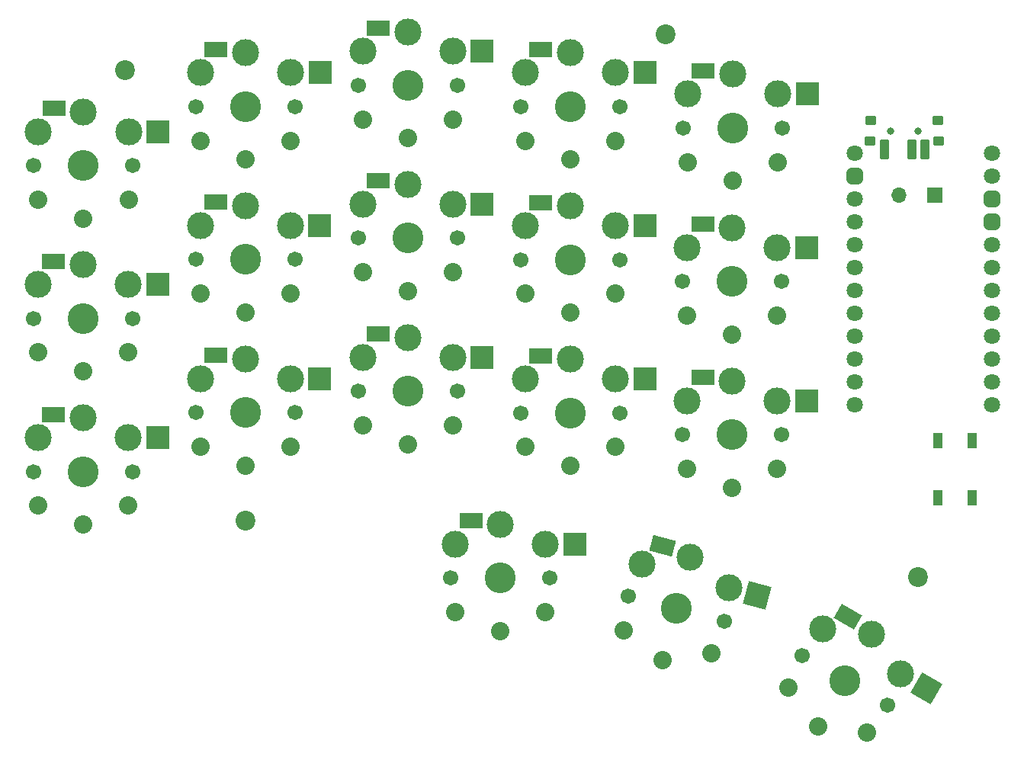
<source format=gbr>
%TF.GenerationSoftware,KiCad,Pcbnew,8.0.6*%
%TF.CreationDate,2024-10-29T20:21:37+07:00*%
%TF.ProjectId,chocowi36,63686f63-6f77-4693-9336-2e6b69636164,rev?*%
%TF.SameCoordinates,Original*%
%TF.FileFunction,Soldermask,Bot*%
%TF.FilePolarity,Negative*%
%FSLAX46Y46*%
G04 Gerber Fmt 4.6, Leading zero omitted, Abs format (unit mm)*
G04 Created by KiCad (PCBNEW 8.0.6) date 2024-10-29 20:21:37*
%MOMM*%
%LPD*%
G01*
G04 APERTURE LIST*
G04 Aperture macros list*
%AMRoundRect*
0 Rectangle with rounded corners*
0 $1 Rounding radius*
0 $2 $3 $4 $5 $6 $7 $8 $9 X,Y pos of 4 corners*
0 Add a 4 corners polygon primitive as box body*
4,1,4,$2,$3,$4,$5,$6,$7,$8,$9,$2,$3,0*
0 Add four circle primitives for the rounded corners*
1,1,$1+$1,$2,$3*
1,1,$1+$1,$4,$5*
1,1,$1+$1,$6,$7*
1,1,$1+$1,$8,$9*
0 Add four rect primitives between the rounded corners*
20,1,$1+$1,$2,$3,$4,$5,0*
20,1,$1+$1,$4,$5,$6,$7,0*
20,1,$1+$1,$6,$7,$8,$9,0*
20,1,$1+$1,$8,$9,$2,$3,0*%
%AMRotRect*
0 Rectangle, with rotation*
0 The origin of the aperture is its center*
0 $1 length*
0 $2 width*
0 $3 Rotation angle, in degrees counterclockwise*
0 Add horizontal line*
21,1,$1,$2,0,0,$3*%
G04 Aperture macros list end*
%ADD10C,0.800000*%
%ADD11RoundRect,0.101600X0.400000X1.000000X-0.400000X1.000000X-0.400000X-1.000000X0.400000X-1.000000X0*%
%ADD12RoundRect,0.101600X0.450000X0.400000X-0.450000X0.400000X-0.450000X-0.400000X0.450000X-0.400000X0*%
%ADD13RoundRect,0.101600X0.500000X0.400000X-0.500000X0.400000X-0.500000X-0.400000X0.500000X-0.400000X0*%
%ADD14C,1.701800*%
%ADD15C,3.000000*%
%ADD16C,3.429000*%
%ADD17R,2.600000X1.800000*%
%ADD18C,2.032000*%
%ADD19R,2.600000X2.600000*%
%ADD20RotRect,2.600000X1.800000X345.000000*%
%ADD21RotRect,2.600000X2.600000X345.000000*%
%ADD22RotRect,2.600000X1.800000X330.000000*%
%ADD23RotRect,2.600000X2.600000X330.000000*%
%ADD24C,2.200000*%
%ADD25C,1.800000*%
%ADD26RoundRect,0.450000X-0.450000X-0.450000X0.450000X-0.450000X0.450000X0.450000X-0.450000X0.450000X0*%
%ADD27O,1.700000X1.700000*%
%ADD28R,1.700000X1.700000*%
%ADD29R,1.000000X1.700000*%
G04 APERTURE END LIST*
D10*
%TO.C,SW_POWER2*%
X175550000Y-61725001D03*
X178550000Y-61725001D03*
D11*
X179373000Y-63825001D03*
X174873000Y-63825001D03*
X177873000Y-63825001D03*
D12*
X173250000Y-62850001D03*
D13*
X173300000Y-60600000D03*
X180800000Y-60600000D03*
D12*
X180850000Y-62850001D03*
%TD*%
D14*
%TO.C,SW2*%
X80410000Y-65580000D03*
D15*
X80910000Y-61830000D03*
X85910000Y-59630000D03*
D16*
X85910000Y-65580000D03*
D15*
X90910000Y-61830000D03*
D14*
X91410000Y-65580000D03*
D17*
X82635000Y-59230000D03*
D18*
X85910000Y-71480000D03*
X80910000Y-69380000D03*
X90910000Y-69380000D03*
D19*
X94185000Y-61830000D03*
%TD*%
D14*
%TO.C,SW3*%
X98410000Y-59020000D03*
D15*
X98910000Y-55270000D03*
X103910000Y-53070000D03*
D16*
X103910000Y-59020000D03*
D15*
X108910000Y-55270000D03*
D14*
X109410000Y-59020000D03*
D17*
X100635000Y-52670000D03*
D18*
X103910000Y-64920000D03*
X98910000Y-62820000D03*
X108910000Y-62820000D03*
D19*
X112185000Y-55270000D03*
%TD*%
D14*
%TO.C,SW4*%
X116410000Y-56660000D03*
D15*
X116910000Y-52910000D03*
X121910000Y-50710000D03*
D16*
X121910000Y-56660000D03*
D15*
X126910000Y-52910000D03*
D14*
X127410000Y-56660000D03*
D17*
X118635000Y-50310000D03*
D18*
X121910000Y-62560000D03*
X116910000Y-60460000D03*
X126910000Y-60460000D03*
D19*
X130185000Y-52910000D03*
%TD*%
D14*
%TO.C,SW5*%
X134454000Y-59020000D03*
D15*
X134954000Y-55270000D03*
X139954000Y-53070000D03*
D16*
X139954000Y-59020000D03*
D15*
X144954000Y-55270000D03*
D14*
X145454000Y-59020000D03*
D17*
X136679000Y-52670000D03*
D18*
X139954000Y-64920000D03*
X134954000Y-62820000D03*
X144954000Y-62820000D03*
D19*
X148229000Y-55270000D03*
%TD*%
D14*
%TO.C,SW6*%
X152488000Y-61400000D03*
D15*
X152988000Y-57650000D03*
X157988000Y-55450000D03*
D16*
X157988000Y-61400000D03*
D15*
X162988000Y-57650000D03*
D14*
X163488000Y-61400000D03*
D17*
X154713000Y-55050000D03*
D18*
X157988000Y-67300000D03*
X152988000Y-65200000D03*
X162988000Y-65200000D03*
D19*
X166263000Y-57650000D03*
%TD*%
D14*
%TO.C,SW8*%
X80352000Y-82550000D03*
D15*
X80852000Y-78800000D03*
X85852000Y-76600000D03*
D16*
X85852000Y-82550000D03*
D15*
X90852000Y-78800000D03*
D14*
X91352000Y-82550000D03*
D17*
X82577000Y-76200000D03*
D18*
X85852000Y-88450000D03*
X80852000Y-86350000D03*
X90852000Y-86350000D03*
D19*
X94127000Y-78800000D03*
%TD*%
D14*
%TO.C,SW9*%
X98370000Y-76010000D03*
D15*
X98870000Y-72260000D03*
X103870000Y-70060000D03*
D16*
X103870000Y-76010000D03*
D15*
X108870000Y-72260000D03*
D14*
X109370000Y-76010000D03*
D17*
X100595000Y-69660000D03*
D18*
X103870000Y-81910000D03*
X98870000Y-79810000D03*
X108870000Y-79810000D03*
D19*
X112145000Y-72260000D03*
%TD*%
D14*
%TO.C,SW10*%
X116410000Y-73640000D03*
D15*
X116910000Y-69890000D03*
X121910000Y-67690000D03*
D16*
X121910000Y-73640000D03*
D15*
X126910000Y-69890000D03*
D14*
X127410000Y-73640000D03*
D17*
X118635000Y-67290000D03*
D18*
X121910000Y-79540000D03*
X116910000Y-77440000D03*
X126910000Y-77440000D03*
D19*
X130185000Y-69890000D03*
%TD*%
D14*
%TO.C,SW11*%
X134454000Y-76032000D03*
D15*
X134954000Y-72282000D03*
X139954000Y-70082000D03*
D16*
X139954000Y-76032000D03*
D15*
X144954000Y-72282000D03*
D14*
X145454000Y-76032000D03*
D17*
X136679000Y-69682000D03*
D18*
X139954000Y-81932000D03*
X134954000Y-79832000D03*
X144954000Y-79832000D03*
D19*
X148229000Y-72282000D03*
%TD*%
D14*
%TO.C,SW12*%
X152440000Y-78440000D03*
D15*
X152940000Y-74690000D03*
X157940000Y-72490000D03*
D16*
X157940000Y-78440000D03*
D15*
X162940000Y-74690000D03*
D14*
X163440000Y-78440000D03*
D17*
X154665000Y-72090000D03*
D18*
X157940000Y-84340000D03*
X152940000Y-82240000D03*
X162940000Y-82240000D03*
D19*
X166215000Y-74690000D03*
%TD*%
D14*
%TO.C,SW14*%
X80352000Y-99568000D03*
D15*
X80852000Y-95818000D03*
X85852000Y-93618000D03*
D16*
X85852000Y-99568000D03*
D15*
X90852000Y-95818000D03*
D14*
X91352000Y-99568000D03*
D17*
X82577000Y-93218000D03*
D18*
X85852000Y-105468000D03*
X80852000Y-103368000D03*
X90852000Y-103368000D03*
D19*
X94127000Y-95818000D03*
%TD*%
D14*
%TO.C,SW15*%
X98370000Y-93028000D03*
D15*
X98870000Y-89278000D03*
X103870000Y-87078000D03*
D16*
X103870000Y-93028000D03*
D15*
X108870000Y-89278000D03*
D14*
X109370000Y-93028000D03*
D17*
X100595000Y-86678000D03*
D18*
X103870000Y-98928000D03*
X98870000Y-96828000D03*
X108870000Y-96828000D03*
D19*
X112145000Y-89278000D03*
%TD*%
D14*
%TO.C,SW16*%
X116410000Y-90658000D03*
D15*
X116910000Y-86908000D03*
X121910000Y-84708000D03*
D16*
X121910000Y-90658000D03*
D15*
X126910000Y-86908000D03*
D14*
X127410000Y-90658000D03*
D17*
X118635000Y-84308000D03*
D18*
X121910000Y-96558000D03*
X116910000Y-94458000D03*
X126910000Y-94458000D03*
D19*
X130185000Y-86908000D03*
%TD*%
D14*
%TO.C,SW17*%
X134454000Y-93050000D03*
D15*
X134954000Y-89300000D03*
X139954000Y-87100000D03*
D16*
X139954000Y-93050000D03*
D15*
X144954000Y-89300000D03*
D14*
X145454000Y-93050000D03*
D17*
X136679000Y-86700000D03*
D18*
X139954000Y-98950000D03*
X134954000Y-96850000D03*
X144954000Y-96850000D03*
D19*
X148229000Y-89300000D03*
%TD*%
D14*
%TO.C,SW18*%
X152440000Y-95458000D03*
D15*
X152940001Y-91708000D03*
X157940000Y-89508000D03*
D16*
X157940000Y-95458000D03*
D15*
X162939999Y-91708000D03*
D14*
X163440000Y-95458000D03*
D17*
X154665000Y-89108000D03*
D18*
X157940000Y-101358000D03*
X152940000Y-99258000D03*
X162940000Y-99258000D03*
D19*
X166215000Y-91708000D03*
%TD*%
D14*
%TO.C,SW20*%
X146441308Y-113377495D03*
D15*
X147894842Y-109884683D03*
X153293873Y-109053741D03*
D16*
X151753900Y-114801000D03*
D15*
X157554101Y-112472873D03*
D14*
X157066492Y-116224505D03*
D20*
X150233994Y-107819739D03*
D18*
X150226868Y-120499962D03*
X145940758Y-117177423D03*
X155600017Y-119765613D03*
D21*
X160717508Y-113320506D03*
%TD*%
D14*
%TO.C,SW21*%
X165686860Y-120040500D03*
D15*
X167994873Y-117042906D03*
X173425000Y-117637649D03*
D16*
X170450000Y-122790500D03*
D15*
X176655127Y-122042905D03*
D14*
X175213140Y-125540500D03*
D22*
X170788767Y-115653738D03*
D18*
X167500000Y-127900049D03*
X164219873Y-123581398D03*
X172880127Y-128581397D03*
D23*
X179491360Y-123680405D03*
%TD*%
D24*
%TO.C,H4*%
X178560000Y-111330000D03*
%TD*%
D25*
%TO.C,U2*%
X186790000Y-64210000D03*
X186790000Y-66750000D03*
D26*
X186790000Y-69290000D03*
X186790000Y-71830000D03*
D25*
X186790000Y-74370000D03*
X186790000Y-76910000D03*
X186790000Y-79450000D03*
X186790000Y-81990000D03*
X186790000Y-84530000D03*
X186790000Y-87070000D03*
X186790000Y-89610000D03*
X186790000Y-92150000D03*
X171550000Y-92150000D03*
X171550000Y-89610000D03*
X171550000Y-87070000D03*
X171550000Y-84530000D03*
X171550000Y-81990000D03*
X171550000Y-79450000D03*
X171550000Y-76910000D03*
X171550000Y-74370000D03*
X171550000Y-71830000D03*
X171550000Y-69290000D03*
D26*
X171550000Y-66750000D03*
D25*
X171570000Y-64180000D03*
%TD*%
D24*
%TO.C,H1*%
X90500000Y-55020000D03*
%TD*%
%TO.C,H2*%
X103900000Y-105000000D03*
%TD*%
D14*
%TO.C,SW19*%
X126700000Y-111400000D03*
D15*
X127200001Y-107650000D03*
X132200000Y-105450000D03*
D16*
X132200000Y-111400000D03*
D15*
X137199999Y-107650000D03*
D14*
X137700000Y-111400000D03*
D17*
X128925000Y-105050000D03*
D18*
X132200000Y-117300000D03*
X127200000Y-115200000D03*
X137200000Y-115200000D03*
D19*
X140475000Y-107650000D03*
%TD*%
D10*
%TO.C,SW_POWER1*%
X178550000Y-61725000D03*
X175550000Y-61725000D03*
%TD*%
D27*
%TO.C,BT1*%
X176500000Y-68900000D03*
D28*
X180470000Y-68900000D03*
%TD*%
D24*
%TO.C,H3*%
X150550000Y-51000000D03*
%TD*%
D29*
%TO.C,SW_RST2*%
X180800000Y-96150001D03*
X180800000Y-102449999D03*
X184600000Y-96150001D03*
X184600000Y-102449999D03*
%TD*%
M02*

</source>
